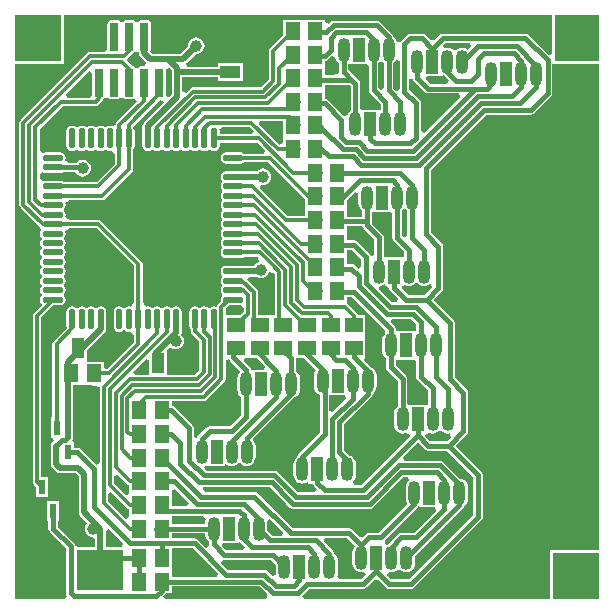
<source format=gbl>
%FSLAX25Y25*%
%MOIN*%
G70*
G01*
G75*
G04 Layer_Physical_Order=2*
G04 Layer_Color=16711680*
%ADD10C,0.01575*%
%ADD11C,0.03150*%
%ADD12O,0.04213X0.07874*%
%ADD13R,0.04213X0.07874*%
%ADD14C,0.03937*%
%ADD15R,0.02992X0.09449*%
G04:AMPARAMS|DCode=16|XSize=94.49mil|YSize=29.92mil|CornerRadius=7.48mil|HoleSize=0mil|Usage=FLASHONLY|Rotation=90.000|XOffset=0mil|YOffset=0mil|HoleType=Round|Shape=RoundedRectangle|*
%AMROUNDEDRECTD16*
21,1,0.09449,0.01496,0,0,90.0*
21,1,0.07953,0.02992,0,0,90.0*
1,1,0.01496,0.00748,0.03976*
1,1,0.01496,0.00748,-0.03976*
1,1,0.01496,-0.00748,-0.03976*
1,1,0.01496,-0.00748,0.03976*
%
%ADD16ROUNDEDRECTD16*%
%ADD17R,0.04331X0.06693*%
%ADD18R,0.06693X0.04331*%
%ADD19R,0.05118X0.05906*%
%ADD20R,0.05906X0.05118*%
%ADD21R,0.02362X0.05118*%
%ADD22O,0.02165X0.06890*%
%ADD23O,0.06890X0.02165*%
%ADD24R,0.15748X0.15748*%
%ADD25R,0.14961X0.15748*%
%ADD26R,0.15748X0.13780*%
%ADD27C,0.01181*%
%ADD28C,0.01969*%
G36*
X261946Y135405D02*
X262650Y135114D01*
X263405Y135014D01*
X264132Y135110D01*
X264325Y134718D01*
X264617Y134013D01*
X263114Y132511D01*
X257555D01*
X255926Y134140D01*
X256204Y134809D01*
X257295Y135261D01*
X257650Y135114D01*
X258405Y135014D01*
X259161Y135114D01*
X259865Y135405D01*
X260469Y135869D01*
X261342D01*
X261946Y135405D01*
D02*
G37*
G36*
X229715Y146744D02*
X225138Y142166D01*
X224047Y142619D01*
Y147835D01*
X229263D01*
X229715Y146744D01*
D02*
G37*
G36*
X252362Y159646D02*
X252362D01*
X252863Y159145D01*
Y153996D01*
X252863Y153996D01*
X252965Y153484D01*
X252985Y153382D01*
X253333Y152861D01*
X253333Y152861D01*
X253333Y152861D01*
X256800Y149394D01*
Y144488D01*
X256299D01*
Y144488D01*
X250512D01*
D01*
X250512D01*
X250011Y144989D01*
Y153169D01*
X250011Y153169D01*
X249909Y153682D01*
X249889Y153784D01*
X249541Y154305D01*
X246074Y157771D01*
Y159646D01*
X246575D01*
Y159646D01*
X252362D01*
D01*
D02*
G37*
G36*
X177119Y111949D02*
X176667Y110858D01*
X171457D01*
Y114961D01*
D01*
Y114961D01*
X171457Y114961D01*
Y115354D01*
X171457D01*
Y116068D01*
X172548Y116520D01*
X177119Y111949D01*
D02*
G37*
G36*
X156487Y118101D02*
X156943Y117797D01*
X157283Y117729D01*
Y115354D01*
X157283Y115354D01*
X157283Y114961D01*
X157283D01*
Y114947D01*
X156192Y114495D01*
X152192Y118495D01*
Y120852D01*
X153284Y121304D01*
X156487Y118101D01*
D02*
G37*
G36*
X219533Y156149D02*
X219303Y155849D01*
X219011Y155145D01*
X218912Y154390D01*
Y150728D01*
X219011Y149973D01*
X219303Y149269D01*
X219767Y148664D01*
X220371Y148201D01*
X220835Y148009D01*
Y135508D01*
X213806Y128478D01*
X213457Y127957D01*
X213437Y127855D01*
X213335Y127342D01*
X213335Y127342D01*
Y127278D01*
X212877Y126926D01*
X212413Y126321D01*
X212122Y125618D01*
X212022Y124862D01*
Y121201D01*
X212122Y120445D01*
X212413Y119741D01*
X212877Y119137D01*
X213482Y118673D01*
X214186Y118382D01*
X214941Y118282D01*
X215696Y118382D01*
X216400Y118673D01*
D01*
X216400Y118673D01*
X216400Y118673D01*
Y118673D01*
X216400Y118673D01*
X217047Y119123D01*
Y118307D01*
X218402D01*
X218437Y118129D01*
X218458Y118027D01*
X218806Y117506D01*
X218806Y117506D01*
X218806Y117506D01*
D01*
X218806D01*
Y117506D01*
D01*
X219836Y116476D01*
X219384Y115385D01*
X213657D01*
X206844Y122198D01*
X206323Y122546D01*
X206221Y122567D01*
X205709Y122669D01*
X205709Y122669D01*
X182752D01*
X182398Y123022D01*
X182307Y123717D01*
X182405Y124213D01*
X183583D01*
Y124213D01*
X189370D01*
Y125028D01*
X190017Y124579D01*
X190017Y124579D01*
Y124579D01*
X190017Y124579D01*
X190017Y124579D01*
D01*
X190721Y124287D01*
X191476Y124188D01*
X192232Y124287D01*
X192936Y124579D01*
X193540Y125042D01*
X194413D01*
X195017Y124579D01*
X195721Y124287D01*
X196476Y124188D01*
X197232Y124287D01*
X197936Y124579D01*
X198540Y125042D01*
X199004Y125647D01*
X199296Y126351D01*
X199395Y127106D01*
Y130768D01*
X199296Y131523D01*
X199004Y132227D01*
X198540Y132832D01*
X198513Y133250D01*
X212324Y147061D01*
X212700Y147216D01*
X213304Y147680D01*
X213768Y148285D01*
X214059Y148989D01*
X214159Y149744D01*
Y153405D01*
X214059Y154161D01*
X213768Y154865D01*
X213304Y155469D01*
X212846Y155821D01*
Y160020D01*
X213023Y160236D01*
X215446D01*
X219533Y156149D01*
D02*
G37*
G36*
X202544Y157390D02*
X202092Y156299D01*
X198346D01*
Y156299D01*
X197811D01*
X197744Y156635D01*
X197724Y156737D01*
X197376Y157257D01*
X197376Y157257D01*
X195488Y159145D01*
X195940Y160236D01*
X196653D01*
Y160236D01*
X196653D01*
X196653Y160236D01*
X197047D01*
Y160236D01*
X199698D01*
X202544Y157390D01*
D02*
G37*
G36*
X242581Y169519D02*
X242503Y168340D01*
X242405Y168265D01*
X241941Y167660D01*
X241649Y166956D01*
X241550Y166201D01*
Y162539D01*
X241649Y161784D01*
X241941Y161080D01*
X242405Y160476D01*
X242863Y160124D01*
Y157106D01*
X242863Y157106D01*
X242965Y156594D01*
X242985Y156492D01*
X243333Y155971D01*
X243333Y155971D01*
X243333Y155971D01*
X246800Y152504D01*
Y144010D01*
X246342Y143658D01*
X245878Y143054D01*
X245586Y142350D01*
X245487Y141595D01*
Y137933D01*
X245586Y137178D01*
X245878Y136474D01*
X246342Y135869D01*
X246946Y135405D01*
X247650Y135114D01*
X248406Y135014D01*
X249161Y135114D01*
X249516Y135261D01*
X250607Y134809D01*
X250885Y134140D01*
X234492Y117747D01*
X232249Y117936D01*
X231917Y119069D01*
X232005Y119137D01*
X232469Y119741D01*
X232760Y120445D01*
X232860Y121201D01*
Y124862D01*
X232760Y125618D01*
X232469Y126321D01*
X232005Y126926D01*
X231400Y127390D01*
X230924Y127587D01*
X228968Y129543D01*
Y138114D01*
X237966Y147113D01*
X238314Y147634D01*
X238436Y148248D01*
X238436Y148248D01*
D01*
D01*
X238895Y148664D01*
X238895Y148665D01*
X238895D01*
X239358Y149269D01*
X239650Y149973D01*
X239749Y150728D01*
Y154390D01*
X239650Y155145D01*
X239358Y155849D01*
X238895Y156454D01*
X238290Y156917D01*
X237914Y157073D01*
X235651Y159336D01*
X236024Y160236D01*
X236024D01*
X236024Y160236D01*
Y166929D01*
D01*
Y166929D01*
X236024Y166929D01*
Y167717D01*
X236024D01*
Y174409D01*
X233649D01*
X233581Y174750D01*
X233277Y175206D01*
X230324Y178159D01*
X230020Y178362D01*
X230020Y178839D01*
X230020D01*
Y180481D01*
X231618D01*
X242581Y169519D01*
D02*
G37*
G36*
X252863Y171638D02*
Y169095D01*
X252362D01*
Y169095D01*
X246575D01*
D01*
X246575D01*
X246074Y169595D01*
Y169902D01*
X245952Y170516D01*
X245604Y171037D01*
X245604Y171037D01*
X244534Y172106D01*
X244987Y173197D01*
X251303D01*
X252863Y171638D01*
D02*
G37*
G36*
X190794Y159298D02*
X194204Y155888D01*
X194176Y155469D01*
X193712Y154865D01*
X193421Y154161D01*
X193322Y153405D01*
Y149744D01*
X193421Y148989D01*
X193712Y148285D01*
X194176Y147680D01*
X194634Y147329D01*
Y141191D01*
X190876Y137432D01*
X184055D01*
X184055Y137432D01*
X183543Y137330D01*
X183441Y137310D01*
X182920Y136962D01*
X180341Y134383D01*
X179993Y133862D01*
X179973Y133760D01*
X179946Y133629D01*
X178771Y133744D01*
Y136811D01*
X178649Y137425D01*
X178301Y137946D01*
X178301Y137946D01*
X172395Y143852D01*
X171874Y144200D01*
X171772Y144220D01*
X171457Y144283D01*
Y145839D01*
X182170D01*
X182708Y145946D01*
X183164Y146251D01*
X183164Y146251D01*
X183164Y146251D01*
X188986Y152072D01*
X189290Y152528D01*
X189397Y153066D01*
X189397Y153066D01*
X189397Y153066D01*
Y153066D01*
Y159354D01*
X190527Y159696D01*
X190794Y159298D01*
D02*
G37*
G36*
X147414Y150619D02*
Y125101D01*
X146323Y124649D01*
X141096Y129876D01*
X140575Y130224D01*
X140473Y130244D01*
X139961Y130346D01*
X139961Y130346D01*
X138779D01*
Y132087D01*
X138779D01*
X138088Y132581D01*
X138088Y132581D01*
X138480Y133167D01*
X138617Y133858D01*
Y151279D01*
X141339D01*
Y151279D01*
X141339D01*
X141339Y151279D01*
X142126D01*
Y151279D01*
X144091D01*
X147414Y150619D01*
D02*
G37*
G36*
X163976Y159462D02*
Y154555D01*
X159069D01*
X158617Y155646D01*
X162885Y159914D01*
X163976Y159462D01*
D02*
G37*
G36*
X254449Y110433D02*
Y110433D01*
X259178D01*
X259630Y109342D01*
X252288Y101999D01*
X248031D01*
X248031Y101999D01*
X247519Y101897D01*
X247417Y101877D01*
X246896Y101529D01*
X246896Y101529D01*
X243491Y98124D01*
X243373Y97948D01*
X242633Y98191D01*
X242472Y98868D01*
X242455Y99437D01*
X253478Y110459D01*
X253478Y110459D01*
X253668Y110744D01*
X253668D01*
D01*
X254449Y110433D01*
D02*
G37*
G36*
X255754Y129770D02*
X255754Y129770D01*
X256275Y129422D01*
X256377Y129402D01*
X256890Y129300D01*
X256890Y129300D01*
X263114D01*
X272016Y120398D01*
Y107949D01*
X250516Y86448D01*
X244563D01*
X243086Y87925D01*
X243742Y88907D01*
X243871Y88854D01*
X244626Y88755D01*
X245381Y88854D01*
X246085Y89146D01*
X246690Y89609D01*
X247562D01*
X248167Y89146D01*
X248871Y88854D01*
X249626Y88755D01*
X250381Y88854D01*
X251085Y89146D01*
X251690Y89609D01*
X252154Y90214D01*
X252445Y90918D01*
X252545Y91673D01*
Y94152D01*
X268478Y110085D01*
X268478Y110085D01*
X268826Y110606D01*
X268846Y110708D01*
X268876Y110856D01*
X269406Y111263D01*
X269870Y111867D01*
X270162Y112571D01*
X270261Y113327D01*
Y116988D01*
X270162Y117744D01*
X269870Y118447D01*
X269406Y119052D01*
X268802Y119516D01*
X268098Y119807D01*
X267482Y119889D01*
X267218Y120283D01*
X267218Y120283D01*
X261956Y125545D01*
X261435Y125893D01*
X261333Y125913D01*
X260821Y126015D01*
X260821Y126015D01*
X248845D01*
X248393Y127106D01*
X253405Y132119D01*
X255754Y129770D01*
D02*
G37*
G36*
X186962Y88327D02*
X186510Y87236D01*
X171457D01*
Y89370D01*
D01*
Y89370D01*
X171457Y89370D01*
Y89764D01*
X171457D01*
Y96820D01*
X178469D01*
X186962Y88327D01*
D02*
G37*
G36*
X182495Y101516D02*
X182594Y100760D01*
X182886Y100056D01*
X183350Y99452D01*
X183808Y99100D01*
Y98051D01*
X183808Y98051D01*
X183910Y97539D01*
X183915Y97514D01*
X182873Y96957D01*
X180269Y99561D01*
X179748Y99909D01*
X179646Y99929D01*
X179134Y100031D01*
X179134Y100031D01*
X171457D01*
Y101741D01*
X182495D01*
Y101516D01*
D02*
G37*
G36*
X203330Y81413D02*
X203214Y80238D01*
X202444Y79724D01*
X169168D01*
X168716Y80816D01*
X169246Y81345D01*
X169246Y81345D01*
X169594Y81866D01*
X169594Y81866D01*
X169641Y81890D01*
X171457D01*
Y84024D01*
X200719D01*
X203330Y81413D01*
D02*
G37*
G36*
X232575Y97595D02*
X232562Y97399D01*
X232098Y96794D01*
X231807Y96090D01*
X231707Y95335D01*
Y91673D01*
X231807Y90918D01*
X232098Y90214D01*
X232562Y89609D01*
X233167Y89146D01*
X233871Y88854D01*
X234626Y88755D01*
X235381Y88854D01*
X235510Y88907D01*
X236166Y87925D01*
X234689Y86448D01*
X227623D01*
X226939Y86973D01*
X226633Y87430D01*
X226855Y87965D01*
X226954Y88721D01*
Y92382D01*
X226855Y93137D01*
X226563Y93841D01*
X226099Y94446D01*
X225641Y94797D01*
Y94862D01*
X225519Y95477D01*
X225171Y95998D01*
X225171Y95998D01*
X222094Y99075D01*
X222546Y100166D01*
X230004D01*
X232575Y97595D01*
D02*
G37*
G36*
X188464Y92984D02*
X188976Y92883D01*
X188976Y92883D01*
X204433D01*
X206117Y91199D01*
Y88721D01*
X206212Y87994D01*
X205820Y87801D01*
X205116Y87509D01*
X203498Y89127D01*
X202977Y89476D01*
X202875Y89496D01*
X202362Y89598D01*
X202362Y89598D01*
X190232D01*
X187882Y91948D01*
X188439Y92989D01*
X188464Y92984D01*
D02*
G37*
G36*
X182886Y106637D02*
X182594Y105933D01*
X182495Y105177D01*
Y104952D01*
X171457D01*
Y107087D01*
D01*
Y107087D01*
X171457Y107087D01*
Y107480D01*
D01*
X171457Y107646D01*
X181570D01*
X182886Y106637D01*
D02*
G37*
G36*
X156487Y110227D02*
X156943Y109923D01*
X157283Y109855D01*
Y107480D01*
X157283Y107480D01*
X157283Y107087D01*
X157283D01*
Y107073D01*
X156192Y106621D01*
X150224Y112590D01*
Y114947D01*
X151315Y115399D01*
X156487Y110227D01*
D02*
G37*
G36*
X250632Y119323D02*
X250279Y119052D01*
X249815Y118447D01*
X249523Y117744D01*
X249424Y116988D01*
Y113327D01*
X249523Y112571D01*
X249815Y111867D01*
X250045Y111568D01*
X240477Y101999D01*
X237205D01*
X237205Y101999D01*
X236692Y101897D01*
X236590Y101877D01*
X236069Y101529D01*
X235216Y100676D01*
X234035D01*
X231805Y102907D01*
X231284Y103255D01*
X231182Y103275D01*
X230669Y103377D01*
X230669Y103377D01*
X211886D01*
X200151Y115112D01*
X199630Y115460D01*
X199528Y115480D01*
X199016Y115582D01*
X199016Y115582D01*
X182431D01*
X181774Y116564D01*
X181994Y117095D01*
X204059D01*
X209494Y111660D01*
X209494Y111660D01*
X209512Y111648D01*
X210878Y110282D01*
X210878Y110282D01*
X211226Y110049D01*
X211399Y109934D01*
X212014Y109812D01*
X212014Y109812D01*
X237402D01*
X237402Y109812D01*
X237914Y109914D01*
X238016Y109934D01*
X238537Y110282D01*
X248697Y120442D01*
X250252D01*
X250632Y119323D01*
D02*
G37*
G36*
X155299Y98335D02*
X154848Y97244D01*
X149444D01*
Y102647D01*
X150535Y103099D01*
X155299Y98335D01*
D02*
G37*
G36*
X194161Y98902D02*
X194161D01*
X194278Y98727D01*
X194278Y98727D01*
X194278Y98727D01*
D01*
X194278D01*
Y98727D01*
D01*
X195820Y97185D01*
X195368Y96094D01*
X189641D01*
X188204Y97531D01*
X188656Y98622D01*
X193307D01*
Y98622D01*
X194161Y98902D01*
D01*
D02*
G37*
G36*
X208615Y102106D02*
X208163Y101015D01*
X205015D01*
X203332Y102699D01*
Y105177D01*
X203237Y105903D01*
X203629Y106097D01*
X204333Y106388D01*
X208615Y102106D01*
D02*
G37*
G36*
X195446Y176998D02*
Y175582D01*
X194273Y174409D01*
X189397D01*
Y176485D01*
X190631Y177719D01*
X194390D01*
X194532Y177748D01*
X195446Y176998D01*
D02*
G37*
G36*
X171422Y256103D02*
Y255413D01*
Y247884D01*
X170440Y247228D01*
X169606Y247573D01*
Y256414D01*
X170440Y256759D01*
X171422Y256103D01*
D02*
G37*
G36*
X247410Y259283D02*
Y249947D01*
X246497Y249199D01*
X246104Y249277D01*
X245326Y250055D01*
Y258549D01*
X245784Y258901D01*
X246248Y259505D01*
X246252Y259514D01*
X247410Y259283D01*
D02*
G37*
G36*
X231052Y250929D02*
Y242435D01*
X230594Y242084D01*
X230130Y241479D01*
X230004Y241175D01*
X228846Y240945D01*
X223576Y246214D01*
X223055Y246562D01*
X222954Y246583D01*
X222638Y246645D01*
Y249311D01*
D01*
Y249311D01*
X222638Y249311D01*
Y249705D01*
X222638D01*
Y251347D01*
X230634D01*
X231052Y250929D01*
D02*
G37*
G36*
X236614Y258071D02*
X236614D01*
X237115Y257570D01*
Y249469D01*
X237115Y249468D01*
X237217Y248956D01*
X237237Y248854D01*
X237585Y248333D01*
X237585Y248333D01*
X237585Y248333D01*
D01*
X237585D01*
Y248333D01*
D01*
X241052Y244866D01*
Y242913D01*
X240551D01*
Y242913D01*
X234764D01*
D01*
X234764D01*
X234263Y243414D01*
Y251594D01*
X234141Y252209D01*
X233793Y252730D01*
X233793Y252730D01*
X232435Y254088D01*
X230326Y256197D01*
Y258071D01*
X230827D01*
Y258071D01*
X236614D01*
D01*
D02*
G37*
G36*
X155468Y246885D02*
X155976Y246546D01*
X156575Y246427D01*
X158071D01*
X158670Y246546D01*
X158991Y246761D01*
X159826Y245926D01*
X159826Y245925D01*
X158919Y244568D01*
X153042Y238690D01*
X152737Y238234D01*
X152630Y237697D01*
D01*
X151616Y237490D01*
X150886Y237635D01*
X150156Y237490D01*
X149538Y237077D01*
X149084D01*
X148466Y237490D01*
X147736Y237635D01*
X147006Y237490D01*
X146388Y237077D01*
X145935D01*
X145316Y237490D01*
X144587Y237635D01*
X143857Y237490D01*
X143238Y237077D01*
X142785D01*
X142167Y237490D01*
X141437Y237635D01*
X140707Y237490D01*
X140089Y237077D01*
X139636D01*
X139017Y237490D01*
X138287Y237635D01*
X137558Y237490D01*
X136939Y237077D01*
X136526Y236458D01*
X136381Y235728D01*
Y231004D01*
X136526Y230274D01*
X136939Y229656D01*
X137558Y229242D01*
X138287Y229097D01*
X139017Y229242D01*
X139636Y229656D01*
X140089D01*
X140707Y229242D01*
X141437Y229097D01*
X142167Y229242D01*
X142785Y229656D01*
X143238D01*
X143857Y229242D01*
X144587Y229097D01*
X145316Y229242D01*
X145935Y229656D01*
X146388D01*
X147006Y229242D01*
X147736Y229097D01*
X148466Y229242D01*
X149084Y229656D01*
X149538D01*
X150156Y229242D01*
X150886Y229097D01*
X151616Y229242D01*
X152630Y227723D01*
Y224991D01*
X146465Y218826D01*
X135417D01*
X134883Y219183D01*
X134153Y219328D01*
X129429D01*
X128700Y219183D01*
X128638Y219142D01*
X127593Y219692D01*
X127571Y221456D01*
X128610Y222019D01*
X128700Y221959D01*
X129429Y221814D01*
X134153D01*
X134883Y221959D01*
X135117Y222115D01*
X139292D01*
X139325Y222035D01*
X139767Y221460D01*
X140342Y221018D01*
X141013Y220740D01*
X141732Y220645D01*
X142452Y220740D01*
X143122Y221018D01*
X143698Y221460D01*
X144140Y222035D01*
X144417Y222706D01*
X144512Y223425D01*
X144417Y224145D01*
X144140Y224815D01*
X143698Y225391D01*
X143122Y225833D01*
X142452Y226110D01*
X141732Y226205D01*
X141013Y226110D01*
X140342Y225833D01*
X139767Y225391D01*
X139717Y225326D01*
X137134D01*
X136138Y225992D01*
X135935Y226239D01*
X136060Y226870D01*
X135915Y227600D01*
X135502Y228218D01*
X134883Y228632D01*
X134153Y228777D01*
X129429D01*
X128700Y228632D01*
X128524Y228515D01*
X127479Y229065D01*
X127389Y236468D01*
X135087Y244166D01*
X146161D01*
X146699Y244273D01*
X147155Y244577D01*
X147155Y244577D01*
X147155Y244577D01*
X148316Y245739D01*
X148621Y246195D01*
X148684Y246510D01*
X148694Y246562D01*
X149178Y246885D01*
X149232Y246967D01*
X150413D01*
X150468Y246885D01*
X150976Y246546D01*
X151575Y246427D01*
X153071D01*
X153670Y246546D01*
X154178Y246885D01*
X154232Y246967D01*
X155413D01*
X155468Y246885D01*
D02*
G37*
G36*
X145009Y255329D02*
Y247992D01*
X145030Y247889D01*
X144281Y246976D01*
X136656D01*
X136204Y248067D01*
X143918Y255781D01*
X145009Y255329D01*
D02*
G37*
G36*
X225865Y260482D02*
X225901Y260209D01*
X226193Y259505D01*
X226657Y258901D01*
X227115Y258549D01*
Y255532D01*
X227115Y255532D01*
X227127Y255471D01*
X226665Y254909D01*
X224901Y254558D01*
X222638D01*
Y257185D01*
D01*
Y257185D01*
X222638Y257185D01*
Y257579D01*
X222638D01*
Y259260D01*
X222954Y259323D01*
X223055Y259343D01*
X223576Y259691D01*
X223576Y259691D01*
X223576Y259691D01*
X224747Y260862D01*
X225865Y260482D01*
D02*
G37*
G36*
X298327Y261590D02*
X297236Y261138D01*
X290506Y267868D01*
X289984Y268216D01*
X289883Y268236D01*
X289370Y268338D01*
X289370Y268338D01*
X261732D01*
X261118Y268216D01*
X260597Y267868D01*
X260597Y267868D01*
X258917Y266188D01*
X257736D01*
X256057Y267868D01*
X255536Y268216D01*
X255434Y268236D01*
X254921Y268338D01*
X254921Y268338D01*
X250984D01*
X250984Y268338D01*
X250472Y268236D01*
X250370Y268216D01*
X249849Y267868D01*
X247880Y265899D01*
X247616Y265504D01*
X246441Y265620D01*
X246248Y266085D01*
X245784Y266690D01*
X245326Y267041D01*
Y267106D01*
X245204Y267721D01*
X244856Y268242D01*
X244856Y268242D01*
X240899Y272198D01*
X240378Y272546D01*
X240276Y272567D01*
X239764Y272669D01*
X239764Y272669D01*
X225399D01*
X225399Y272669D01*
X224785Y272546D01*
X224612Y272431D01*
X224264Y272198D01*
X224264Y272198D01*
X223729Y271663D01*
X222638Y272115D01*
Y272933D01*
X215993D01*
X215993Y272933D01*
Y272933D01*
X215945Y272933D01*
X215551D01*
X215158D01*
X215110Y272933D01*
X215110Y272933D01*
Y272933D01*
X208465D01*
Y267833D01*
X204223Y263592D01*
X203919Y263136D01*
X203812Y262598D01*
Y253000D01*
X201232Y250421D01*
X178487D01*
X177950Y250314D01*
X177494Y250009D01*
X176126Y248641D01*
X175035Y249093D01*
Y253706D01*
X186811D01*
Y252559D01*
X195079D01*
Y258465D01*
X186811D01*
Y257318D01*
X176642D01*
X176299Y258448D01*
X176474Y258565D01*
X179427Y261518D01*
X179626Y261492D01*
X180345Y261587D01*
X181016Y261864D01*
X181591Y262306D01*
X182033Y262882D01*
X182311Y263552D01*
X182406Y264272D01*
X182311Y264991D01*
X182033Y265662D01*
X181591Y266237D01*
X181016Y266679D01*
X180345Y266957D01*
X179626Y267051D01*
X178907Y266957D01*
X178236Y266679D01*
X177660Y266237D01*
X177219Y265662D01*
X176941Y264991D01*
X176846Y264272D01*
X176873Y264073D01*
X174449Y261649D01*
X165118D01*
X164318Y262449D01*
X164517Y262747D01*
X164636Y263347D01*
Y271299D01*
X164517Y271898D01*
X164178Y272406D01*
X163670Y272746D01*
X163071Y272865D01*
X161575D01*
X160976Y272746D01*
X160468Y272406D01*
X160413Y272325D01*
X159232D01*
X159178Y272406D01*
X158670Y272746D01*
X158071Y272865D01*
X156575D01*
X155976Y272746D01*
X155468Y272406D01*
X155413Y272325D01*
X154232D01*
X154178Y272406D01*
X153670Y272746D01*
X153071Y272865D01*
X151575D01*
X150976Y272746D01*
X150468Y272406D01*
X150128Y271898D01*
X150009Y271299D01*
Y263347D01*
X150049Y263145D01*
X149300Y262232D01*
X144193D01*
X143655Y262125D01*
X143200Y261820D01*
X121054Y239674D01*
X120749Y239219D01*
X120642Y238681D01*
Y211291D01*
X120642Y211291D01*
X120642D01*
X120749Y210753D01*
X121054Y210297D01*
X127522Y203829D01*
X127587Y203786D01*
X127818Y202627D01*
X127668Y202403D01*
X127522Y201673D01*
X127668Y200944D01*
X128081Y200325D01*
Y199872D01*
X127668Y199253D01*
X127522Y198524D01*
X127668Y197794D01*
X128081Y197175D01*
Y196722D01*
X127668Y196104D01*
X127522Y195374D01*
X127668Y194644D01*
X128081Y194026D01*
Y193573D01*
X127668Y192954D01*
X127522Y192224D01*
X127668Y191495D01*
X128081Y190876D01*
Y190423D01*
X127668Y189804D01*
X127522Y189075D01*
X127668Y188345D01*
X128081Y187727D01*
Y187273D01*
X127668Y186655D01*
X127522Y185925D01*
X127668Y185196D01*
X128081Y184577D01*
Y184124D01*
X127668Y183505D01*
X127522Y182776D01*
X127668Y182046D01*
X128081Y181427D01*
Y180974D01*
X127668Y180356D01*
X127522Y179626D01*
X127668Y178896D01*
X128081Y178278D01*
X128114Y177936D01*
X125483Y175304D01*
X125178Y174849D01*
X125071Y174311D01*
Y118996D01*
X125071Y118996D01*
X125071D01*
X125178Y118458D01*
X125483Y118003D01*
X126181Y117304D01*
Y113976D01*
X130118D01*
Y120669D01*
X127881D01*
Y173729D01*
X131871Y177719D01*
X134153D01*
X134883Y177864D01*
X135502Y178278D01*
X135915Y178896D01*
X136060Y179626D01*
X135915Y180356D01*
X135502Y180974D01*
Y181427D01*
X135915Y182046D01*
X136060Y182776D01*
X135915Y183505D01*
X135502Y184124D01*
Y184577D01*
X135915Y185196D01*
X136060Y185925D01*
X135915Y186655D01*
X135502Y187273D01*
Y187727D01*
X135915Y188345D01*
X136060Y189075D01*
X135915Y189804D01*
X135502Y190423D01*
Y190876D01*
X135915Y191495D01*
X136060Y192224D01*
X135915Y192954D01*
X135502Y193573D01*
Y194026D01*
X135915Y194644D01*
X136060Y195374D01*
X135915Y196104D01*
X135502Y196722D01*
Y197175D01*
X135915Y197794D01*
X136060Y198524D01*
X135915Y199253D01*
X135502Y199872D01*
Y200325D01*
X135915Y200944D01*
X136060Y201673D01*
X135915Y202403D01*
X137434Y203418D01*
X146465D01*
X158930Y190954D01*
Y178773D01*
X157915Y177254D01*
X157185Y177399D01*
X156455Y177254D01*
X155837Y176840D01*
X155384D01*
X154765Y177254D01*
X154035Y177399D01*
X153306Y177254D01*
X152687Y176840D01*
X152274Y176222D01*
X152129Y175492D01*
Y170768D01*
X152274Y170038D01*
X152687Y169420D01*
X153306Y169006D01*
X154035Y168861D01*
X154765Y169006D01*
X155384Y169420D01*
X155837D01*
X156455Y169006D01*
X157185Y168861D01*
X157915Y169006D01*
X158930Y167487D01*
Y165500D01*
X149910Y156481D01*
X148819Y156932D01*
Y158760D01*
X143307D01*
Y159252D01*
X143307D01*
Y162800D01*
X149013Y168506D01*
X149405Y169092D01*
X149543Y169783D01*
Y169783D01*
Y169783D01*
X149543Y169783D01*
X149543D01*
D01*
D01*
X149543Y169783D01*
X149643Y170768D01*
X149643Y170768D01*
X149643D01*
Y175492D01*
X149498Y176222D01*
X149084Y176840D01*
X148466Y177254D01*
X147736Y177399D01*
X147006Y177254D01*
X146388Y176840D01*
X145935D01*
X145316Y177254D01*
X144587Y177399D01*
X143857Y177254D01*
X143238Y176840D01*
X142785D01*
X142167Y177254D01*
X141437Y177399D01*
X140707Y177254D01*
X140089Y176840D01*
X139636D01*
X139017Y177254D01*
X138287Y177399D01*
X137558Y177254D01*
X136939Y176840D01*
X136526Y176222D01*
X136381Y175492D01*
Y170768D01*
X136482Y170260D01*
X132077Y165856D01*
X131773Y165400D01*
X131666Y164862D01*
Y140354D01*
X131102D01*
Y133661D01*
X131775D01*
X132118Y132531D01*
X131597Y132183D01*
X131205Y131597D01*
X131068Y130905D01*
Y125000D01*
X131205Y124309D01*
X131597Y123723D01*
X133073Y122246D01*
X133659Y121855D01*
X134350Y121717D01*
X139508D01*
X140418Y120807D01*
Y108760D01*
X140556Y108069D01*
X140947Y107483D01*
X143171Y105259D01*
X142770Y104736D01*
X142492Y104066D01*
X142397Y103347D01*
X142492Y102627D01*
X142770Y101957D01*
X143212Y101381D01*
X143787Y100939D01*
X144458Y100662D01*
X145177Y100567D01*
X145831Y99993D01*
Y97244D01*
X140385D01*
X139401Y97441D01*
X139299Y97953D01*
X139279Y98055D01*
X138931Y98576D01*
X138931Y98576D01*
X133495Y104012D01*
Y105709D01*
X133858D01*
Y112402D01*
X129921D01*
Y105709D01*
X130284D01*
Y103347D01*
X130284Y103347D01*
X130386Y102834D01*
X130406Y102732D01*
X130754Y102211D01*
X130754Y102211D01*
X130754Y102211D01*
D01*
X130754D01*
Y102211D01*
D01*
X136190Y96776D01*
Y81693D01*
X136190Y81693D01*
X136292Y81180D01*
X136312Y81078D01*
X136521Y80766D01*
X135964Y79724D01*
X119095D01*
Y258071D01*
X135630D01*
Y274606D01*
X298327D01*
Y261590D01*
D02*
G37*
G36*
X271233Y264035D02*
X270142Y262944D01*
X269786Y263217D01*
X269082Y263508D01*
X268327Y263608D01*
X267571Y263508D01*
X266867Y263217D01*
X266263Y262753D01*
X265391D01*
X264786Y263217D01*
X264082Y263508D01*
X263327Y263608D01*
X262571Y263508D01*
X262308Y263399D01*
X261850Y264085D01*
X262407Y265127D01*
X270781D01*
X271233Y264035D01*
D02*
G37*
G36*
X242115Y258549D02*
Y250321D01*
X241237Y249602D01*
X240326Y250210D01*
Y258549D01*
X240784Y258901D01*
X241657D01*
X242115Y258549D01*
D02*
G37*
G36*
X262074Y254414D02*
X262074D01*
X262191Y254239D01*
X263733Y252697D01*
X263281Y251606D01*
X257555D01*
X256118Y253043D01*
X256570Y254134D01*
X261220D01*
Y254134D01*
X262074Y254414D01*
D01*
D02*
G37*
G36*
X160468Y262240D02*
X160517Y262207D01*
Y261890D01*
X160654Y261198D01*
X161046Y260613D01*
X163056Y258602D01*
X162958Y258363D01*
X162388Y257510D01*
X161575D01*
X160976Y257391D01*
X160468Y257052D01*
X160413Y256970D01*
X159232D01*
X159178Y257052D01*
X158670Y257391D01*
X158383Y257448D01*
X158316Y257549D01*
X156463Y259402D01*
X156505Y259833D01*
X156505Y259833D01*
X156505Y259833D01*
D01*
X158316Y261644D01*
X158459Y261858D01*
X158670Y261900D01*
X159178Y262240D01*
X159232Y262321D01*
X160413D01*
X160468Y262240D01*
D02*
G37*
G36*
X313976Y96260D02*
X297441D01*
Y79724D01*
X215527D01*
X215067Y80414D01*
X214900Y80816D01*
X217321Y83237D01*
X235354D01*
X235354Y83237D01*
X235867Y83339D01*
X235969Y83359D01*
X236490Y83707D01*
X236490Y83707D01*
X236490Y83707D01*
X239035Y86253D01*
X240216D01*
X242762Y83707D01*
X242762Y83707D01*
X242762D01*
X242762Y83707D01*
X242762D01*
X242762Y83707D01*
Y83707D01*
Y83707D01*
D01*
D01*
X242762D01*
Y83707D01*
X243283Y83359D01*
X243385Y83339D01*
X243898Y83237D01*
X243898Y83237D01*
X251181D01*
X251181Y83237D01*
X251694Y83339D01*
X251796Y83359D01*
X252316Y83707D01*
X252316Y83707D01*
X252316Y83707D01*
X274757Y106148D01*
X274757Y106148D01*
X274990Y106496D01*
X275106Y106669D01*
X275228Y107283D01*
X275228Y107283D01*
Y121063D01*
X275228Y121063D01*
X275106Y121677D01*
X274990Y121850D01*
X274757Y122198D01*
X274757Y122198D01*
X266050Y130905D01*
X269836Y134691D01*
X269836Y134691D01*
X270184Y135212D01*
X270306Y135827D01*
Y148622D01*
X270306Y148622D01*
X270184Y149237D01*
X270069Y149409D01*
X269836Y149757D01*
X269836Y149757D01*
X265748Y153846D01*
Y171881D01*
X265748Y171881D01*
X265646Y172394D01*
X265626Y172496D01*
X265278Y173017D01*
X265278Y173017D01*
X258668Y179626D01*
X261470Y182428D01*
X261470Y182428D01*
X261818Y182949D01*
X261940Y183563D01*
Y197343D01*
X261940Y197343D01*
X261838Y197855D01*
X261818Y197957D01*
X261470Y198478D01*
X261470Y198478D01*
X257874Y202074D01*
Y222926D01*
X276256Y241308D01*
X291142D01*
X291142Y241308D01*
X291654Y241410D01*
X291756Y241430D01*
X292277Y241778D01*
X292277Y241778D01*
X292277Y241778D01*
X297887Y247388D01*
X298235Y247909D01*
X298256Y248011D01*
X298358Y248524D01*
X298358Y248524D01*
Y258071D01*
X313976D01*
Y96260D01*
D02*
G37*
G36*
X244488Y208858D02*
X244488D01*
X244989Y208358D01*
Y200256D01*
X244989Y200256D01*
X245091Y199743D01*
X245111Y199642D01*
X245459Y199121D01*
X245459Y199120D01*
X245459Y199120D01*
D01*
X245459D01*
Y199120D01*
D01*
X248926Y195654D01*
Y193701D01*
X248425D01*
Y193701D01*
X242638D01*
D01*
X242638D01*
X242137Y194202D01*
Y196850D01*
Y200413D01*
X242015Y201028D01*
X241667Y201549D01*
X241667Y201549D01*
X238340Y204875D01*
X238200Y205015D01*
Y205709D01*
X238200Y205709D01*
X238200Y205709D01*
Y205709D01*
Y208858D01*
X238701D01*
Y208858D01*
X244488D01*
D01*
D02*
G37*
G36*
X234615Y193233D02*
Y190459D01*
X233524Y190007D01*
X232435Y191096D01*
X231914Y191444D01*
X231812Y191464D01*
X231299Y191566D01*
X231299Y191566D01*
X230020D01*
Y194193D01*
D01*
Y194193D01*
X230020Y194193D01*
Y194587D01*
X230020D01*
Y196229D01*
X231618D01*
X234615Y193233D01*
D02*
G37*
G36*
X249989Y209337D02*
Y201109D01*
X249111Y200389D01*
X248200Y200998D01*
Y209337D01*
X248658Y209688D01*
X249531D01*
X249989Y209337D01*
D02*
G37*
G36*
X258039Y184956D02*
X258307Y183806D01*
X255732Y181232D01*
X250173D01*
X248053Y183352D01*
X248330Y184022D01*
X249421Y184474D01*
X249776Y184326D01*
X250532Y184227D01*
X251287Y184326D01*
X251991Y184618D01*
X252595Y185082D01*
X253468D01*
X254072Y184618D01*
X254776Y184326D01*
X255532Y184227D01*
X256287Y184326D01*
X256991Y184618D01*
X257595Y185082D01*
X257611Y185102D01*
X258039Y184956D01*
D02*
G37*
G36*
X242638Y184252D02*
X243276D01*
X243926Y183602D01*
Y183602D01*
X243926D01*
D01*
D01*
D01*
X244028Y183090D01*
X244048Y182988D01*
X244396Y182467D01*
X244396Y182467D01*
X244396Y182467D01*
D01*
X244396D01*
Y182467D01*
D01*
X247001Y179862D01*
X246549Y178771D01*
X244760D01*
X240391Y183140D01*
X240770Y184258D01*
X241287Y184326D01*
X241991Y184618D01*
D01*
X241991Y184618D01*
X241991Y184618D01*
Y184618D01*
X241991Y184618D01*
X242638Y185067D01*
Y185067D01*
Y184252D01*
D02*
G37*
G36*
X205622Y188531D02*
X205977Y188176D01*
Y174409D01*
X204921Y174409D01*
D01*
X204527D01*
Y174409D01*
X200224D01*
Y182087D01*
X200117Y182624D01*
X199812Y183080D01*
X196715Y186177D01*
X197167Y187268D01*
X199620D01*
X199890Y187061D01*
X200560Y186784D01*
X201279Y186689D01*
X201999Y186784D01*
X202669Y187061D01*
X203245Y187503D01*
X203687Y188079D01*
X203964Y188749D01*
X205622Y188531D01*
D02*
G37*
G36*
X208465Y233957D02*
X208465Y233957D01*
X208465Y233563D01*
X208465D01*
Y231736D01*
X207373Y231284D01*
X200503Y238154D01*
X200956Y239245D01*
X208465D01*
Y233957D01*
D02*
G37*
G36*
X198821Y235862D02*
X198369Y234771D01*
X187438D01*
Y235728D01*
X187312Y236363D01*
X187507Y236601D01*
X188517Y237276D01*
X197407D01*
X198821Y235862D01*
D02*
G37*
G36*
X251823Y253050D02*
X251843Y252948D01*
X252191Y252428D01*
X252191Y252428D01*
X252191Y252428D01*
D01*
X252191D01*
Y252428D01*
D01*
X255754Y248865D01*
X255754Y248865D01*
X256275Y248517D01*
X256890Y248394D01*
X267218D01*
X267670Y247303D01*
X255650Y235282D01*
X254558Y235735D01*
Y245079D01*
X254436Y245693D01*
X254088Y246214D01*
X254088Y246214D01*
X250621Y249681D01*
Y253067D01*
X251797Y253182D01*
X251823Y253050D01*
D02*
G37*
G36*
X235091Y203838D02*
X235111Y203736D01*
X235459Y203215D01*
X235459Y203215D01*
X235459Y203215D01*
X236069Y202605D01*
X236069Y202605D01*
X236069Y202605D01*
X238926Y199748D01*
Y196851D01*
X238926Y196850D01*
X238926Y196850D01*
Y194394D01*
X237750Y194278D01*
X237724Y194410D01*
X237704Y194512D01*
X237356Y195033D01*
X237356Y195033D01*
X233419Y198970D01*
X232898Y199318D01*
X232796Y199338D01*
X232283Y199440D01*
X232283Y199440D01*
X230020D01*
Y202067D01*
D01*
Y202067D01*
X230020Y202067D01*
X230020Y202461D01*
X230020D01*
Y204103D01*
X235038D01*
X235091Y203838D01*
D02*
G37*
G36*
X233676Y215098D02*
Y211752D01*
X233775Y210997D01*
X234067Y210293D01*
X234531Y209688D01*
X234989Y209337D01*
Y207314D01*
X230020D01*
Y209941D01*
D01*
Y209941D01*
X230020Y209941D01*
Y210335D01*
X230020D01*
Y212985D01*
X232585Y215550D01*
X233676Y215098D01*
D02*
G37*
G36*
X168676Y246008D02*
X168942Y245366D01*
X162207Y238631D01*
X161815Y238045D01*
X161678Y237353D01*
Y236233D01*
X161577Y235728D01*
Y231004D01*
X161723Y230274D01*
X162136Y229656D01*
X162755Y229242D01*
X163484Y229097D01*
X164214Y229242D01*
X164832Y229656D01*
X165286D01*
X165904Y229242D01*
X166634Y229097D01*
X167364Y229242D01*
X167982Y229656D01*
X168435D01*
X169054Y229242D01*
X169783Y229097D01*
X170513Y229242D01*
X171132Y229656D01*
X171585D01*
X172203Y229242D01*
X172933Y229097D01*
X173663Y229242D01*
X174281Y229656D01*
X174734D01*
X175353Y229242D01*
X176083Y229097D01*
X176812Y229242D01*
X177431Y229656D01*
X177884D01*
X178503Y229242D01*
X179232Y229097D01*
X179962Y229242D01*
X180580Y229656D01*
X181034D01*
X181652Y229242D01*
X182382Y229097D01*
X183112Y229242D01*
X183730Y229656D01*
X184183D01*
X184802Y229242D01*
X185531Y229097D01*
X186261Y229242D01*
X186880Y229656D01*
X187293Y230274D01*
X187438Y231004D01*
Y231961D01*
X199938D01*
X202533Y229366D01*
X202081Y228275D01*
X195653D01*
X195119Y228632D01*
X194390Y228777D01*
X189665D01*
X188936Y228632D01*
X188317Y228218D01*
X187904Y227600D01*
X187759Y226870D01*
X187904Y226140D01*
X188317Y225522D01*
X188936Y225109D01*
X189665Y224963D01*
X194390D01*
X195119Y225109D01*
X195653Y225465D01*
X203650D01*
X215846Y213269D01*
Y210776D01*
X215846Y210776D01*
X215846D01*
X215846Y210335D01*
Y210138D01*
Y209941D01*
X215846Y209500D01*
X215846Y209500D01*
X215846D01*
Y207606D01*
X210030D01*
X200836Y216799D01*
X201359Y217859D01*
X201870Y217791D01*
X202590Y217886D01*
X203260Y218164D01*
X203836Y218605D01*
X204277Y219181D01*
X204555Y219851D01*
X204650Y220571D01*
X204555Y221290D01*
X204277Y221961D01*
X203836Y222536D01*
X203260Y222978D01*
X202590Y223256D01*
X201870Y223351D01*
X201151Y223256D01*
X200480Y222978D01*
X199905Y222536D01*
X199782Y222377D01*
X194894D01*
X194390Y222478D01*
X189665D01*
X188936Y222332D01*
X188317Y221919D01*
X187904Y221301D01*
X187759Y220571D01*
X187904Y219841D01*
X188317Y219223D01*
Y218770D01*
X187904Y218151D01*
X187759Y217421D01*
X187904Y216692D01*
X188317Y216073D01*
Y215620D01*
X187904Y215001D01*
X187759Y214272D01*
X187904Y213542D01*
X188317Y212923D01*
Y212470D01*
X187904Y211852D01*
X187759Y211122D01*
X187904Y210392D01*
X188317Y209774D01*
Y209321D01*
X187904Y208702D01*
X187759Y207972D01*
X187904Y207243D01*
X188317Y206624D01*
Y206171D01*
X187904Y205553D01*
X187759Y204823D01*
X187904Y204093D01*
X188317Y203475D01*
Y203022D01*
X187904Y202403D01*
X187759Y201673D01*
X187904Y200944D01*
X188317Y200325D01*
Y199872D01*
X187904Y199253D01*
X187759Y198524D01*
X187904Y197794D01*
X188317Y197175D01*
Y196722D01*
X187904Y196104D01*
X187759Y195374D01*
X187904Y194644D01*
X188317Y194026D01*
X188936Y193612D01*
X189665Y193467D01*
X194390D01*
X195119Y193612D01*
X195653Y193969D01*
X200205D01*
X200339Y193836D01*
X200560Y192154D01*
X199890Y191876D01*
X199314Y191434D01*
X198890Y190881D01*
X194894D01*
X194390Y190981D01*
X189665D01*
X188936Y190836D01*
X188317Y190423D01*
X187904Y189804D01*
X187759Y189075D01*
X187904Y188345D01*
X188317Y187727D01*
Y187273D01*
X187904Y186655D01*
X187759Y185925D01*
X187904Y185196D01*
X188317Y184577D01*
Y184124D01*
X187904Y183505D01*
X187759Y182776D01*
X187904Y182046D01*
X188317Y181427D01*
Y180974D01*
X187904Y180356D01*
X187759Y179626D01*
X187892Y178954D01*
X186999Y178060D01*
X186694Y177605D01*
X186661Y177435D01*
X186261Y177254D01*
D01*
D01*
X186261D01*
Y177254D01*
D01*
X185531Y177399D01*
X184802Y177254D01*
X184183Y176840D01*
X183730D01*
X183112Y177254D01*
X182382Y177399D01*
X181652Y177254D01*
X181034Y176840D01*
X180580D01*
X179962Y177254D01*
X179232Y177399D01*
X178503Y177254D01*
X177884Y176840D01*
X177471Y176222D01*
X177326Y175492D01*
Y170768D01*
X177471Y170038D01*
X177827Y169504D01*
Y169193D01*
X177827Y169193D01*
X177827D01*
X177934Y168655D01*
X178239Y168200D01*
X180682Y165757D01*
Y156094D01*
X179142Y154555D01*
X169882D01*
Y162598D01*
X169882Y162598D01*
X169882D01*
X169794Y162810D01*
X170824Y163840D01*
X171346Y163439D01*
X172017Y163162D01*
X172736Y163067D01*
X173456Y163162D01*
X174126Y163439D01*
X174702Y163881D01*
X175144Y164457D01*
X175421Y165127D01*
X175516Y165847D01*
X175421Y166566D01*
X175144Y167236D01*
X174702Y167812D01*
X174615Y167878D01*
X174739Y168504D01*
Y170263D01*
X174840Y170768D01*
Y175492D01*
X174695Y176222D01*
X174281Y176840D01*
X173663Y177254D01*
X172933Y177399D01*
X172203Y177254D01*
X171585Y176840D01*
X171132D01*
X170513Y177254D01*
X169783Y177399D01*
X169054Y177254D01*
X168435Y176840D01*
X167982D01*
X167364Y177254D01*
X166634Y177399D01*
X165904Y177254D01*
X165286Y176840D01*
X164832D01*
X164214Y177254D01*
X163484Y177399D01*
X162755Y177254D01*
X161740Y178773D01*
Y191535D01*
X161633Y192073D01*
X161328Y192529D01*
X148041Y205816D01*
X147585Y206121D01*
X147047Y206228D01*
X137434D01*
X135915Y207243D01*
X136060Y207972D01*
X135915Y208702D01*
X135502Y209321D01*
Y209774D01*
X135915Y210392D01*
X136060Y211122D01*
X135915Y211852D01*
X137434Y212867D01*
X148327D01*
X148864Y212974D01*
X149320Y213278D01*
X158178Y222136D01*
X158483Y222592D01*
X158590Y223130D01*
Y229741D01*
X158947Y230274D01*
X159092Y231004D01*
Y235728D01*
X158947Y236458D01*
X158590Y236992D01*
Y237312D01*
X167517Y246239D01*
X168676Y246008D01*
D02*
G37*
D10*
X289370Y266732D02*
X296752Y259350D01*
Y248524D02*
Y259350D01*
X291142Y242913D02*
X296752Y248524D01*
X261732Y266732D02*
X289370D01*
X221260Y237014D02*
X228549Y229724D01*
X221260Y237014D02*
Y237205D01*
X207677Y163583D02*
X211240Y160020D01*
Y151575D02*
Y160020D01*
X229528Y232087D02*
X233748D01*
X228549Y229724D02*
X232770D01*
X236504Y229331D02*
X251969D01*
X233748Y232087D02*
X236504Y229331D01*
X235526Y226969D02*
X252947D01*
X232770Y229724D02*
X235526Y226969D01*
X234547Y224606D02*
X253925D01*
X231791Y227362D02*
X234547Y224606D01*
X223721Y227362D02*
X231791D01*
X221260Y229823D02*
X223721Y227362D01*
X222441Y245079D02*
X227854Y239665D01*
Y233760D02*
Y239665D01*
Y233760D02*
X229528Y232087D01*
X260335Y183563D02*
Y197343D01*
X256268Y201409D02*
X260335Y197343D01*
X256268Y201409D02*
Y223591D01*
X256398Y179626D02*
X260335Y183563D01*
X256398Y179626D02*
X264142Y171881D01*
X249508Y179626D02*
X256398D01*
X245532Y183602D02*
X249508Y179626D01*
X252953Y177165D02*
X259469Y170650D01*
X244094Y177165D02*
X252953D01*
X251969Y174803D02*
X254468Y172303D01*
X243116Y174803D02*
X251969D01*
X264142Y153181D02*
Y171881D01*
Y153181D02*
X268701Y148622D01*
Y135827D02*
Y148622D01*
X263779Y130905D02*
X268701Y135827D01*
X256268Y223591D02*
X275590Y242913D01*
X213703Y81890D02*
X216656Y84842D01*
X205124Y81890D02*
X213703D01*
X212205Y84252D02*
X214035Y86083D01*
X206102Y84252D02*
X212205D01*
X263779Y130905D02*
X273622Y121063D01*
Y107283D02*
Y121063D01*
X171260Y134843D02*
X174213Y131890D01*
X171260Y142717D02*
X177165Y136811D01*
X168110Y142717D02*
X171260D01*
X199803Y162402D02*
Y163583D01*
X196240Y151575D02*
Y156122D01*
X191929Y160433D02*
X196240Y156122D01*
X191929Y160433D02*
Y163583D01*
X216535Y161417D02*
Y163583D01*
X221831Y152559D02*
Y156122D01*
X216535Y161417D02*
X221831Y156122D01*
X224410Y161417D02*
X226378Y159449D01*
X229331D01*
X232283Y160433D02*
Y163583D01*
X251181Y84842D02*
X273622Y107283D01*
X243898Y84842D02*
X251181D01*
X239626Y89114D02*
X243898Y84842D01*
X235354D02*
X239626Y89114D01*
X216656Y84842D02*
X235354D01*
X251969Y229331D02*
X272638Y250000D01*
X276575D01*
X275590Y242913D02*
X291142D01*
X253925Y224606D02*
X274595Y245276D01*
X287598D01*
X252947Y226969D02*
X273616Y247638D01*
X285039D01*
X276575Y250000D02*
X277933Y251358D01*
Y254921D01*
X214035Y86083D02*
Y90551D01*
X256890Y130905D02*
X263779D01*
X247053Y124409D02*
X260821D01*
X236423Y113779D02*
X247053Y124409D01*
X212992Y113779D02*
X236423D01*
X248031Y122047D02*
X259842D01*
X237402Y111417D02*
X248031Y122047D01*
X212014Y111417D02*
X237402D01*
X210636Y112795D02*
X212014Y111417D01*
X210630Y112795D02*
X210636D01*
X205709Y121063D02*
X212992Y113779D01*
X235157Y116142D02*
X253405Y134390D01*
X222441Y116142D02*
X235157D01*
X219941Y118642D02*
X222441Y116142D01*
X204724Y118701D02*
X210630Y112795D01*
X219941Y118642D02*
Y123031D01*
X239626Y89114D02*
Y93504D01*
X253405Y134390D02*
X256890Y130905D01*
X253405Y134390D02*
Y139764D01*
X258327Y263327D02*
X261732Y266732D01*
X245532Y183602D02*
Y188976D01*
X236221Y185039D02*
X244094Y177165D01*
X239173Y231693D02*
X250984D01*
X237657Y233209D02*
X239173Y231693D01*
X237657Y233209D02*
Y238189D01*
X250984Y231693D02*
X252953Y233661D01*
Y245079D01*
X249016Y249016D02*
X252953Y245079D01*
X249016Y249016D02*
Y264764D01*
X250984Y266732D01*
X254921D01*
X258327Y263327D01*
Y258858D02*
Y263327D01*
X245079Y219488D02*
X246595Y217972D01*
X234252Y219488D02*
X245079D01*
X228346Y213583D02*
X234252Y219488D01*
X227559Y221850D02*
X247638D01*
X256890Y250000D02*
X272638D01*
X253327Y253563D02*
Y258858D01*
X227165Y205709D02*
X236595D01*
Y213583D01*
Y204350D02*
Y205709D01*
X227165Y213583D02*
X228346D01*
X227165Y221457D02*
X227559Y221850D01*
X221260Y245079D02*
X222441D01*
X244468Y164370D02*
Y169902D01*
X232283Y182087D02*
X244468Y169902D01*
X229134Y182087D02*
X232283D01*
X254468Y164370D02*
Y172303D01*
X259469Y164370D02*
Y170650D01*
X236221Y185039D02*
Y193898D01*
X232283Y197835D02*
X236221Y193898D01*
X229134Y197835D02*
X232283D01*
X237205Y203740D02*
X240531Y200413D01*
X237205Y203740D02*
X237205Y203740D01*
X236595Y204350D02*
X237205Y203740D01*
X240531Y196850D02*
Y200413D01*
X243721Y262795D02*
Y267106D01*
X239764Y271063D02*
X243721Y267106D01*
X225399Y271063D02*
X239764D01*
X223037Y268701D02*
X225399Y271063D01*
X219291Y268701D02*
X223037D01*
X219291Y260827D02*
X222441D01*
X224409Y262795D01*
Y266732D01*
X226378Y268701D01*
X236221D01*
X238720Y266201D01*
Y262795D02*
Y266201D01*
X228720Y255532D02*
X231299Y252953D01*
X219291D02*
X231299D01*
X232658Y251594D01*
X292933Y250610D02*
Y254921D01*
X287598Y245276D02*
X292933Y250610D01*
X287933Y250532D02*
Y254921D01*
X285039Y247638D02*
X287933Y250532D01*
X199016Y113976D02*
X211221Y101772D01*
X195472Y111614D02*
X200413Y106673D01*
X195413Y103347D02*
Y107736D01*
X193898Y109252D02*
X195413Y107736D01*
X170079Y109252D02*
X193898D01*
X260821Y124409D02*
X266083Y119148D01*
Y116417D02*
Y119148D01*
Y116417D02*
X267342Y115157D01*
X262343D02*
Y119547D01*
X168110Y134843D02*
X171260D01*
X259842Y122047D02*
X262343Y119547D01*
X230669Y101772D02*
X234626Y97815D01*
X211221Y101772D02*
X230669D01*
X200413Y103347D02*
Y106673D01*
X224035Y90551D02*
Y94862D01*
X200413Y103347D02*
X204350Y99410D01*
X219488D01*
X224035Y94862D01*
X216535Y162402D02*
Y163583D01*
X191929Y162402D02*
Y163583D01*
X199803Y162402D02*
X206240Y155965D01*
Y151575D02*
Y155965D01*
X236831Y152559D02*
Y155886D01*
X232283Y160433D02*
X236831Y155886D01*
X232283Y163583D02*
X234055D01*
X224409Y161417D02*
Y163583D01*
X229331Y159449D02*
X231831Y156949D01*
Y152559D02*
Y156949D01*
X267342Y115157D02*
X267342Y115157D01*
X251594Y213583D02*
Y217894D01*
X247638Y221850D02*
X251594Y217894D01*
X246595Y213583D02*
Y217972D01*
X240531Y188976D02*
Y196850D01*
X240531Y196850D02*
X240531Y196850D01*
X188976Y94488D02*
X205098D01*
X185413Y98051D02*
X188976Y94488D01*
X185413Y98051D02*
Y103347D01*
X253327Y253563D02*
X256890Y250000D01*
X271063Y252362D02*
X273622Y254921D01*
X266339Y252362D02*
X271063D01*
X263327Y255374D02*
X266339Y252362D01*
X263327Y255374D02*
Y258858D01*
X273622Y254921D02*
Y259842D01*
X268327Y258858D02*
X273642Y264173D01*
X286411D01*
X292933Y257652D01*
Y254921D02*
Y257652D01*
X273622Y259842D02*
X275590Y261811D01*
X285433D01*
X287933Y259311D01*
Y254921D02*
Y259311D01*
X258209Y164370D02*
X259469D01*
X214941Y123031D02*
Y127342D01*
X181476Y128937D02*
Y133248D01*
X196240Y140526D02*
Y151575D01*
X191476Y128937D02*
Y132421D01*
X206240Y147185D01*
Y151575D01*
X196476Y128937D02*
Y133484D01*
X211240Y148248D01*
Y151575D01*
X219035Y90551D02*
Y94941D01*
X195413Y99862D02*
Y103347D01*
X205098Y94488D02*
X209035Y90551D01*
X249626Y93504D02*
X267342Y111221D01*
Y115157D01*
X244626Y93504D02*
Y96988D01*
X248031Y100394D01*
X252953D01*
X262343Y109783D01*
Y115157D01*
X234626Y93504D02*
Y97815D01*
X252343Y111594D02*
Y115157D01*
X234626Y97815D02*
X237205Y100394D01*
X241142D01*
X252343Y111594D01*
X259469Y153917D02*
Y164370D01*
Y153917D02*
X263405Y149980D01*
Y139764D02*
Y149980D01*
X254468Y153996D02*
Y164370D01*
Y153996D02*
X258405Y150059D01*
Y139764D02*
Y150059D01*
X216929Y97047D02*
X219035Y94941D01*
X198228Y97047D02*
X216929D01*
X195413Y99862D02*
X198228Y97047D01*
X246595Y200256D02*
Y213583D01*
X250532Y188976D02*
Y196319D01*
X246595Y200256D02*
X250532Y196319D01*
X251594Y200177D02*
Y213583D01*
Y200177D02*
X255532Y196240D01*
Y188976D02*
Y196240D01*
X243721Y249390D02*
Y262795D01*
Y249390D02*
X247657Y245453D01*
Y238189D02*
Y245453D01*
X238720Y249468D02*
Y262795D01*
Y249468D02*
X242657Y245532D01*
Y238189D02*
Y245532D01*
X228720Y255532D02*
Y262795D01*
X232658Y238189D02*
Y251594D01*
X244468Y157106D02*
Y164370D01*
Y157106D02*
X248406Y153169D01*
Y139764D02*
Y153169D01*
X181476Y133248D02*
X184055Y135827D01*
X191541D01*
X196240Y140526D01*
X236831Y148248D02*
Y152559D01*
X231831Y146589D02*
Y152559D01*
X229941Y123031D02*
Y126299D01*
X224941Y139699D02*
X231831Y146589D01*
X224941Y123031D02*
Y139699D01*
X227362Y128878D02*
X229941Y126299D01*
X227362Y128878D02*
Y138779D01*
X236831Y148248D01*
X214941Y127342D02*
X222441Y134843D01*
Y151949D01*
X221831Y152559D02*
X222441Y151949D01*
X168110Y93504D02*
X168307Y93307D01*
X181299Y113976D02*
X199016D01*
X174213Y125000D02*
Y131890D01*
Y125000D02*
X180512Y118701D01*
X204724D01*
X177165Y125984D02*
Y136811D01*
Y125984D02*
X182087Y121063D01*
X205709D01*
X168307Y125984D02*
X169291D01*
X181299Y113976D01*
X179724Y111614D02*
X195472D01*
X168307Y117126D02*
X170276Y119095D01*
X172244D01*
X179724Y111614D01*
X168110Y111221D02*
X170079Y109252D01*
X166339Y103347D02*
X168307Y101378D01*
X166339Y103347D02*
X185413D01*
X160630Y85630D02*
Y93504D01*
X145473Y110433D02*
X157480Y98425D01*
X137795Y81693D02*
X138779Y80709D01*
X166339D01*
X168110Y82480D01*
Y93504D02*
Y98228D01*
X157480Y98425D02*
X168307D01*
X179134D01*
X168110Y98228D02*
X168307Y98425D01*
X168110Y82480D02*
Y85630D01*
X201384D01*
X205124Y81890D01*
X179134Y98425D02*
X189567Y87992D01*
X202362D01*
X206102Y84252D01*
X229134Y189961D02*
X231299D01*
X233760Y184159D02*
X243116Y174803D01*
X233760Y184159D02*
Y187500D01*
X231299Y189961D02*
X233760Y187500D01*
X132874Y130905D02*
X134843Y132874D01*
X150591Y93504D02*
X160630D01*
X147638Y89567D02*
X150591Y85630D01*
X134843Y132874D02*
X135827D01*
X136811Y133858D01*
X131890Y103347D02*
Y109055D01*
Y103347D02*
X137795Y97441D01*
Y81693D02*
Y97441D01*
X150886Y163484D02*
X150984Y163386D01*
X177165Y158858D02*
X177559Y158465D01*
X150886Y163484D02*
Y173130D01*
X131791Y223721D02*
X141437D01*
X141732Y223425D01*
X136811Y128740D02*
X139961D01*
X145473Y123228D01*
Y110433D02*
Y123228D01*
D11*
X127953Y88583D02*
Y98425D01*
D12*
X209035Y90551D02*
D03*
X219035D02*
D03*
X224035D02*
D03*
X292933Y254921D02*
D03*
X287933D02*
D03*
X277933D02*
D03*
X253327Y258858D02*
D03*
X263327D02*
D03*
X268327D02*
D03*
X243721Y262795D02*
D03*
X238720D02*
D03*
X228720D02*
D03*
X232658Y238189D02*
D03*
X242657D02*
D03*
X247657D02*
D03*
X251594Y213583D02*
D03*
X246595D02*
D03*
X236595D02*
D03*
X240531Y188976D02*
D03*
X250532D02*
D03*
X255532D02*
D03*
X259469Y164370D02*
D03*
X254468D02*
D03*
X244468D02*
D03*
X248406Y139764D02*
D03*
X258405D02*
D03*
X263405D02*
D03*
X267342Y115157D02*
D03*
X262343D02*
D03*
X252343D02*
D03*
X234626Y93504D02*
D03*
X244626D02*
D03*
X249626D02*
D03*
X200413Y103347D02*
D03*
X195413D02*
D03*
X185413D02*
D03*
X181476Y128937D02*
D03*
X191476D02*
D03*
X196476D02*
D03*
X211240Y151575D02*
D03*
X206240D02*
D03*
X196240D02*
D03*
X221831Y152559D02*
D03*
X231831D02*
D03*
X236831D02*
D03*
X229941Y123031D02*
D03*
X224941D02*
D03*
X214941D02*
D03*
D13*
X214035Y90551D02*
D03*
X282933Y254921D02*
D03*
X258327Y258858D02*
D03*
X233720Y262795D02*
D03*
X237657Y238189D02*
D03*
X241595Y213583D02*
D03*
X245532Y188976D02*
D03*
X249468Y164370D02*
D03*
X253405Y139764D02*
D03*
X257343Y115157D02*
D03*
X239626Y93504D02*
D03*
X190413Y103347D02*
D03*
X186476Y128937D02*
D03*
X201240Y151575D02*
D03*
X226831Y152559D02*
D03*
X219941Y123031D02*
D03*
D14*
X179626Y264272D02*
D03*
X172736Y165847D02*
D03*
X201870Y220571D02*
D03*
X201279Y189469D02*
D03*
X141732Y223425D02*
D03*
X173228Y189469D02*
D03*
X147146D02*
D03*
X141732Y241142D02*
D03*
X142717Y146161D02*
D03*
X145177Y103347D02*
D03*
D15*
X167323Y251969D02*
D03*
D16*
X162323D02*
D03*
X157323D02*
D03*
X152323D02*
D03*
X147323D02*
D03*
X167323Y267323D02*
D03*
X162323D02*
D03*
X157323D02*
D03*
X152323D02*
D03*
X147323D02*
D03*
D17*
X166929Y158465D02*
D03*
X177559D02*
D03*
X140354Y163386D02*
D03*
X150984D02*
D03*
D18*
X190945Y255512D02*
D03*
Y266142D02*
D03*
D19*
X160630Y93504D02*
D03*
X168110D02*
D03*
X160630Y85630D02*
D03*
X168110D02*
D03*
X219291Y229823D02*
D03*
X211811D02*
D03*
X219291Y237697D02*
D03*
X211811D02*
D03*
X219291Y245571D02*
D03*
X211811D02*
D03*
Y269193D02*
D03*
X219291D02*
D03*
Y261319D02*
D03*
X211811D02*
D03*
X219291Y253445D02*
D03*
X211811D02*
D03*
X226673Y221949D02*
D03*
X219193D02*
D03*
X226673Y214075D02*
D03*
X219193D02*
D03*
X226673Y206201D02*
D03*
X219193D02*
D03*
X226673Y198327D02*
D03*
X219193D02*
D03*
X226673Y190453D02*
D03*
X219193D02*
D03*
X226673Y182579D02*
D03*
X219193D02*
D03*
X168110Y142717D02*
D03*
X160630D02*
D03*
Y134843D02*
D03*
X168110D02*
D03*
X168110Y126969D02*
D03*
X160630D02*
D03*
Y119095D02*
D03*
X168110D02*
D03*
X160630Y111221D02*
D03*
X168110D02*
D03*
X160630Y103347D02*
D03*
X168110D02*
D03*
X137992Y155020D02*
D03*
X145472D02*
D03*
D20*
X208661Y171063D02*
D03*
Y163583D02*
D03*
X200787Y171063D02*
D03*
Y163583D02*
D03*
X192913Y171063D02*
D03*
Y163583D02*
D03*
X232283Y171063D02*
D03*
Y163583D02*
D03*
X224409Y171063D02*
D03*
Y163583D02*
D03*
X216535Y171063D02*
D03*
Y163583D02*
D03*
D21*
X131890Y109055D02*
D03*
X135630Y117323D02*
D03*
X128150D02*
D03*
X136811Y128740D02*
D03*
X140551Y137008D02*
D03*
X133071D02*
D03*
D22*
X138287Y173130D02*
D03*
X141437D02*
D03*
X144587D02*
D03*
X147736D02*
D03*
X150886D02*
D03*
X154035D02*
D03*
X157185D02*
D03*
X160335D02*
D03*
X163484D02*
D03*
X166634D02*
D03*
X169783D02*
D03*
X172933D02*
D03*
X176083D02*
D03*
X179232D02*
D03*
X182382D02*
D03*
X185531D02*
D03*
Y233366D02*
D03*
X182382D02*
D03*
X179232D02*
D03*
X176083D02*
D03*
X172933D02*
D03*
X169783D02*
D03*
X166634D02*
D03*
X163484D02*
D03*
X160335D02*
D03*
X157185D02*
D03*
X154035D02*
D03*
X150886D02*
D03*
X147736D02*
D03*
X144587D02*
D03*
X141437D02*
D03*
X138287D02*
D03*
D23*
X192028Y179626D02*
D03*
Y182776D02*
D03*
Y185925D02*
D03*
Y189075D02*
D03*
Y192224D02*
D03*
Y195374D02*
D03*
Y198524D02*
D03*
Y201673D02*
D03*
Y204823D02*
D03*
Y207972D02*
D03*
Y211122D02*
D03*
Y214272D02*
D03*
Y217421D02*
D03*
Y220571D02*
D03*
Y223721D02*
D03*
Y226870D02*
D03*
X131791D02*
D03*
Y223721D02*
D03*
Y220571D02*
D03*
Y217421D02*
D03*
Y214272D02*
D03*
Y211122D02*
D03*
Y207972D02*
D03*
Y204823D02*
D03*
Y201673D02*
D03*
Y198524D02*
D03*
Y195374D02*
D03*
Y192224D02*
D03*
Y189075D02*
D03*
Y185925D02*
D03*
Y182776D02*
D03*
Y179626D02*
D03*
D24*
X126969Y266732D02*
D03*
X306102Y87598D02*
D03*
X127953Y88583D02*
D03*
D25*
X306594Y266732D02*
D03*
D26*
X147638Y89567D02*
D03*
D27*
X162323Y245984D02*
Y251969D01*
X154035Y237697D02*
X162323Y245984D01*
X154035Y233366D02*
Y237697D01*
X157185Y237894D02*
X167323Y248031D01*
X157185Y233366D02*
Y237894D01*
X154035Y224409D02*
Y233366D01*
X147047Y217421D02*
X154035Y224409D01*
X131791Y217421D02*
X147047D01*
X131791Y214272D02*
X148327D01*
X157185Y223130D01*
Y233366D01*
X167323Y248031D02*
Y251969D01*
X157323D02*
Y256555D01*
X155020Y258858D02*
X157323Y256555D01*
X147323Y246732D02*
Y251969D01*
X146161Y245571D02*
X147323Y246732D01*
X205217Y262598D02*
X211811Y269193D01*
X205217Y252418D02*
Y262598D01*
X201814Y249016D02*
X205217Y252418D01*
X178487Y249016D02*
X201814D01*
X166634Y237162D02*
X178487Y249016D01*
X166634Y233366D02*
Y237162D01*
X207185Y256693D02*
X211811Y261319D01*
X207185Y251603D02*
Y256693D01*
X202629Y247047D02*
X207185Y251603D01*
X179303Y247047D02*
X202629D01*
X169783Y237528D02*
X179303Y247047D01*
X169783Y233366D02*
Y237528D01*
X203445Y245079D02*
X211811Y253445D01*
X180118Y245079D02*
X203445D01*
X172933Y237894D02*
X180118Y245079D01*
X182382Y237008D02*
X184055Y238681D01*
X182382Y233366D02*
Y237008D01*
X179232Y237303D02*
X182579Y240650D01*
X179232Y233366D02*
Y237303D01*
X182579Y240650D02*
X210827D01*
X172933Y233366D02*
Y237894D01*
X181595Y243110D02*
X211319D01*
X176083Y237598D02*
X181595Y243110D01*
X176083Y233366D02*
Y237598D01*
X210827Y240650D02*
X213779Y237697D01*
X211319Y243110D02*
X213779Y245571D01*
X214772Y175197D02*
X223425D01*
X215587Y177165D02*
X229331D01*
X185531Y173130D02*
X186024Y172638D01*
X190551Y179626D02*
X192028D01*
X187992Y177067D02*
X190551Y179626D01*
X207677Y172047D02*
Y172244D01*
Y171063D02*
Y172047D01*
X208661Y171063D01*
X207185Y172736D02*
X207677Y172244D01*
X156693Y146850D02*
X159055Y149213D01*
X156693Y135630D02*
Y146850D01*
Y135630D02*
X157480Y134843D01*
X154724Y147666D02*
X158240Y151181D01*
X154724Y129724D02*
Y147666D01*
Y129724D02*
X157480Y126969D01*
X152756Y148481D02*
X157424Y153150D01*
X152756Y123819D02*
Y148481D01*
Y123819D02*
X157480Y119095D01*
X150787Y117913D02*
X157480Y111221D01*
X216535Y171063D02*
Y172891D01*
X224409Y171063D02*
Y174213D01*
X223425Y175197D02*
X224409Y174213D01*
X229331Y177165D02*
X232283Y174213D01*
X160827Y117126D02*
X160827Y117126D01*
X157480Y126969D02*
X160630D01*
X157480Y134843D02*
X160630D01*
X232283Y171063D02*
Y174213D01*
X158858Y111221D02*
X160827Y109252D01*
X157480Y111221D02*
X158858D01*
X160827Y117126D02*
Y118898D01*
X160630Y119095D02*
X160827Y118898D01*
X157480Y119095D02*
X160630D01*
X158465Y103347D02*
X160433Y101378D01*
X157480Y103347D02*
X158465D01*
X160630Y142717D02*
Y144882D01*
X162992Y147244D01*
X133071Y137008D02*
Y164862D01*
X128150Y207972D02*
X131791D01*
X127784Y211122D02*
X131791D01*
X157424Y153150D02*
X179724D01*
X182087Y155512D01*
Y166339D01*
X180540Y151181D02*
X184055Y154697D01*
X181355Y149213D02*
X186024Y153881D01*
X182170Y147244D02*
X187992Y153066D01*
X158240Y151181D02*
X180540D01*
X184055Y154697D02*
Y167323D01*
X159055Y149213D02*
X181355D01*
X186024Y153881D02*
Y172638D01*
X162992Y147244D02*
X182170D01*
X187992Y153066D02*
Y177067D01*
X148819Y112008D02*
X157480Y103347D01*
X166634Y173130D02*
X166669Y173095D01*
X157323Y262638D02*
Y267323D01*
X155512Y260827D02*
X157323Y262638D01*
X128515Y204823D02*
X131791D01*
X147047D02*
X160335Y191535D01*
X131791Y204823D02*
X147047D01*
X160335Y173130D02*
Y191535D01*
X144193Y260827D02*
X155512D01*
X145008Y258858D02*
X155020D01*
X134505Y245571D02*
X146161D01*
X215208Y171977D02*
X215622D01*
X216535Y172891D01*
X192028Y195374D02*
X200787D01*
X214538Y198327D02*
X221161D01*
X209448Y206201D02*
X221161D01*
X213287Y193988D02*
Y194009D01*
X211319Y193173D02*
Y193194D01*
X209350Y192357D02*
Y192379D01*
X207382Y191542D02*
Y191563D01*
X200787Y195374D02*
X205413Y190748D01*
Y190726D02*
Y190748D01*
X198227Y217421D02*
X209448Y206201D01*
X198593Y214272D02*
X214538Y198327D01*
X199325Y207972D02*
X213287Y194009D01*
X199690Y204823D02*
X211319Y193194D01*
X200056Y201673D02*
X209350Y192379D01*
X200422Y198524D02*
X207382Y191563D01*
X192028Y214272D02*
X198593D01*
X192028Y217421D02*
X198227D01*
X192028Y211122D02*
X198959D01*
X192028Y207972D02*
X199325D01*
X192028Y204823D02*
X199690D01*
X192028Y201673D02*
X200056D01*
X192028Y198524D02*
X200422D01*
X213287Y193988D02*
X215256Y192019D01*
X216085Y193996D02*
X218320Y191760D01*
X218504Y182579D02*
X221161D01*
X211319Y178650D02*
X214772Y175197D01*
X211319Y193173D02*
X213287Y191204D01*
X211319Y178650D02*
Y190389D01*
X209350Y192357D02*
X211319Y190389D01*
X209350Y177834D02*
Y189573D01*
X207382Y191542D02*
X209350Y189573D01*
X207382Y172343D02*
Y188758D01*
X205413Y190726D02*
X207382Y188758D01*
X213287Y179465D02*
X215587Y177165D01*
X213287Y179465D02*
Y191204D01*
X209350Y177834D02*
X215208Y171977D01*
X215256Y185827D02*
X218504Y182579D01*
X215256Y185827D02*
Y192019D01*
X207382Y172343D02*
X207677Y172047D01*
X215245Y194814D02*
X216074Y193985D01*
X198959Y211122D02*
X215256Y194825D01*
X192028Y185925D02*
X194980D01*
X191929Y182776D02*
X195346D01*
X198819Y173031D02*
X200787Y171063D01*
X198819Y173031D02*
Y182087D01*
X194980Y185925D02*
X198819Y182087D01*
X192913Y171063D02*
X196850Y175000D01*
Y181271D01*
X195346Y182776D02*
X196850Y181271D01*
X217028Y214075D02*
X221161D01*
X211937Y221949D02*
X221161D01*
X184055Y238681D02*
X197989D01*
X185531Y233366D02*
X200520D01*
X192028Y226870D02*
X204232D01*
X197989Y238681D02*
X206847Y229823D01*
X213779D01*
X200520Y233366D02*
X211937Y221949D01*
X204232Y226870D02*
X217028Y214075D01*
X148819Y112008D02*
Y150619D01*
X145472Y155020D02*
X150436D01*
X150787Y117913D02*
Y149803D01*
X150436Y155020D02*
X160335Y164918D01*
Y173130D01*
X148819Y150619D02*
X166669Y168469D01*
Y173095D01*
X150787Y149803D02*
X169783Y168799D01*
Y173130D01*
X182382Y168996D02*
X184055Y167323D01*
X182382Y168996D02*
Y173130D01*
X179232Y169193D02*
Y173130D01*
Y169193D02*
X182087Y166339D01*
X122047Y211291D02*
X128515Y204823D01*
X122047Y211291D02*
Y238681D01*
X144193Y260827D01*
X124016Y237866D02*
X145008Y258858D01*
X124016Y212106D02*
Y237866D01*
Y212106D02*
X128150Y207972D01*
X125984Y212922D02*
X127784Y211122D01*
X125984Y212922D02*
Y237050D01*
X134505Y245571D01*
X133071Y164862D02*
X138287Y170079D01*
Y173130D01*
X126476Y118996D02*
X128150Y117323D01*
X126476Y118996D02*
Y174311D01*
X131791Y179626D01*
D28*
X173228Y247097D02*
Y255413D01*
Y256890D01*
Y255413D02*
X173327Y255512D01*
X190945D01*
X163484Y233366D02*
Y237353D01*
X173228Y247097D01*
X170276Y259842D02*
X173228Y256890D01*
X164370Y259842D02*
X170276D01*
X162323Y261890D02*
X164370Y259842D01*
X162323Y261890D02*
Y267323D01*
X166040Y159353D02*
X166929Y158465D01*
X132874Y125000D02*
Y130905D01*
X142224Y108760D02*
X147638Y103347D01*
Y89567D02*
Y103347D01*
X147736Y169783D02*
Y173130D01*
X136811Y133858D02*
Y153839D01*
X137992Y155020D01*
X136811Y156201D02*
X137992Y155020D01*
X136811Y156201D02*
Y158858D01*
X147736Y169783D01*
X192028Y189075D02*
X199705D01*
X192028Y220571D02*
X201870D01*
X202264Y220965D01*
X170276Y259842D02*
X175197D01*
X179626Y264272D01*
X166040Y159353D02*
Y161611D01*
X172933Y168504D01*
Y173130D01*
X201870Y220571D02*
Y221358D01*
X202264Y220965D01*
X176083Y168405D02*
Y173130D01*
Y168405D02*
X177165Y167323D01*
Y158858D02*
Y167323D01*
X142224Y108760D02*
Y121555D01*
X132874Y125000D02*
X134350Y123524D01*
X140256D01*
X142224Y121555D01*
M02*

</source>
